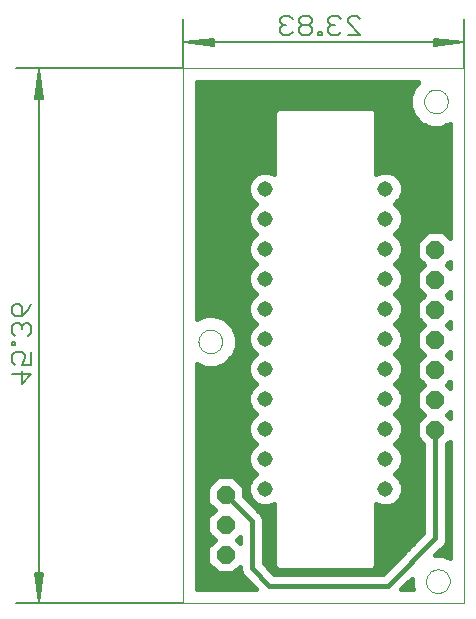
<source format=gbr>
G75*
%MOIN*%
%OFA0B0*%
%FSLAX24Y24*%
%IPPOS*%
%LPD*%
%AMOC8*
5,1,8,0,0,1.08239X$1,22.5*
%
%ADD10C,0.0000*%
%ADD11C,0.0051*%
%ADD12C,0.0060*%
%ADD13C,0.0515*%
%ADD14OC8,0.0594*%
%ADD15C,0.0160*%
D10*
X006049Y004059D02*
X006049Y021915D01*
X015431Y021915D01*
X015431Y004059D01*
X006049Y004059D01*
X006570Y012793D02*
X006572Y012832D01*
X006578Y012871D01*
X006588Y012909D01*
X006601Y012946D01*
X006618Y012981D01*
X006638Y013015D01*
X006662Y013046D01*
X006689Y013075D01*
X006718Y013101D01*
X006750Y013124D01*
X006784Y013144D01*
X006820Y013160D01*
X006857Y013172D01*
X006896Y013181D01*
X006935Y013186D01*
X006974Y013187D01*
X007013Y013184D01*
X007052Y013177D01*
X007089Y013166D01*
X007126Y013152D01*
X007161Y013134D01*
X007194Y013113D01*
X007225Y013088D01*
X007253Y013061D01*
X007278Y013031D01*
X007300Y012998D01*
X007319Y012964D01*
X007334Y012928D01*
X007346Y012890D01*
X007354Y012852D01*
X007358Y012813D01*
X007358Y012773D01*
X007354Y012734D01*
X007346Y012696D01*
X007334Y012658D01*
X007319Y012622D01*
X007300Y012588D01*
X007278Y012555D01*
X007253Y012525D01*
X007225Y012498D01*
X007194Y012473D01*
X007161Y012452D01*
X007126Y012434D01*
X007089Y012420D01*
X007052Y012409D01*
X007013Y012402D01*
X006974Y012399D01*
X006935Y012400D01*
X006896Y012405D01*
X006857Y012414D01*
X006820Y012426D01*
X006784Y012442D01*
X006750Y012462D01*
X006718Y012485D01*
X006689Y012511D01*
X006662Y012540D01*
X006638Y012571D01*
X006618Y012605D01*
X006601Y012640D01*
X006588Y012677D01*
X006578Y012715D01*
X006572Y012754D01*
X006570Y012793D01*
X014090Y020795D02*
X014092Y020834D01*
X014098Y020873D01*
X014108Y020911D01*
X014121Y020948D01*
X014138Y020983D01*
X014158Y021017D01*
X014182Y021048D01*
X014209Y021077D01*
X014238Y021103D01*
X014270Y021126D01*
X014304Y021146D01*
X014340Y021162D01*
X014377Y021174D01*
X014416Y021183D01*
X014455Y021188D01*
X014494Y021189D01*
X014533Y021186D01*
X014572Y021179D01*
X014609Y021168D01*
X014646Y021154D01*
X014681Y021136D01*
X014714Y021115D01*
X014745Y021090D01*
X014773Y021063D01*
X014798Y021033D01*
X014820Y021000D01*
X014839Y020966D01*
X014854Y020930D01*
X014866Y020892D01*
X014874Y020854D01*
X014878Y020815D01*
X014878Y020775D01*
X014874Y020736D01*
X014866Y020698D01*
X014854Y020660D01*
X014839Y020624D01*
X014820Y020590D01*
X014798Y020557D01*
X014773Y020527D01*
X014745Y020500D01*
X014714Y020475D01*
X014681Y020454D01*
X014646Y020436D01*
X014609Y020422D01*
X014572Y020411D01*
X014533Y020404D01*
X014494Y020401D01*
X014455Y020402D01*
X014416Y020407D01*
X014377Y020416D01*
X014340Y020428D01*
X014304Y020444D01*
X014270Y020464D01*
X014238Y020487D01*
X014209Y020513D01*
X014182Y020542D01*
X014158Y020573D01*
X014138Y020607D01*
X014121Y020642D01*
X014108Y020679D01*
X014098Y020717D01*
X014092Y020756D01*
X014090Y020795D01*
X014155Y004801D02*
X014157Y004840D01*
X014163Y004879D01*
X014173Y004917D01*
X014186Y004954D01*
X014203Y004989D01*
X014223Y005023D01*
X014247Y005054D01*
X014274Y005083D01*
X014303Y005109D01*
X014335Y005132D01*
X014369Y005152D01*
X014405Y005168D01*
X014442Y005180D01*
X014481Y005189D01*
X014520Y005194D01*
X014559Y005195D01*
X014598Y005192D01*
X014637Y005185D01*
X014674Y005174D01*
X014711Y005160D01*
X014746Y005142D01*
X014779Y005121D01*
X014810Y005096D01*
X014838Y005069D01*
X014863Y005039D01*
X014885Y005006D01*
X014904Y004972D01*
X014919Y004936D01*
X014931Y004898D01*
X014939Y004860D01*
X014943Y004821D01*
X014943Y004781D01*
X014939Y004742D01*
X014931Y004704D01*
X014919Y004666D01*
X014904Y004630D01*
X014885Y004596D01*
X014863Y004563D01*
X014838Y004533D01*
X014810Y004506D01*
X014779Y004481D01*
X014746Y004460D01*
X014711Y004442D01*
X014674Y004428D01*
X014637Y004417D01*
X014598Y004410D01*
X014559Y004407D01*
X014520Y004408D01*
X014481Y004413D01*
X014442Y004422D01*
X014405Y004434D01*
X014369Y004450D01*
X014335Y004470D01*
X014303Y004493D01*
X014274Y004519D01*
X014247Y004548D01*
X014223Y004579D01*
X014203Y004613D01*
X014186Y004648D01*
X014173Y004685D01*
X014163Y004723D01*
X014157Y004762D01*
X014155Y004801D01*
D11*
X006049Y004059D02*
X000492Y004059D01*
X001260Y004084D02*
X001362Y005082D01*
X001385Y005082D02*
X001260Y004084D01*
X001157Y005082D01*
X001134Y005082D02*
X001385Y005082D01*
X001311Y005082D02*
X001260Y004084D01*
X001208Y005082D01*
X001134Y005082D02*
X001260Y004084D01*
X001260Y021889D01*
X001362Y020891D01*
X001385Y020891D02*
X001260Y021889D01*
X001157Y020891D01*
X001134Y020891D02*
X001385Y020891D01*
X001311Y020891D02*
X001260Y021889D01*
X001208Y020891D01*
X001134Y020891D02*
X001260Y021889D01*
X000492Y021915D02*
X006049Y021915D01*
X006049Y023527D01*
X006074Y022759D02*
X007073Y022657D01*
X007073Y022634D02*
X006074Y022759D01*
X007073Y022862D01*
X007073Y022885D02*
X007073Y022634D01*
X007073Y022708D02*
X006074Y022759D01*
X007073Y022811D01*
X007073Y022885D02*
X006074Y022759D01*
X015405Y022759D01*
X014407Y022657D01*
X014407Y022634D02*
X015405Y022759D01*
X014407Y022862D01*
X014407Y022885D02*
X014407Y022634D01*
X014407Y022708D02*
X015405Y022759D01*
X014407Y022811D01*
X014407Y022885D02*
X015405Y022759D01*
X015431Y023527D02*
X015431Y021915D01*
D12*
X011966Y023016D02*
X011539Y023443D01*
X011539Y023549D01*
X011646Y023656D01*
X011859Y023656D01*
X011966Y023549D01*
X011966Y023016D02*
X011539Y023016D01*
X011322Y023122D02*
X011215Y023016D01*
X011001Y023016D01*
X010895Y023122D01*
X010895Y023229D01*
X011001Y023336D01*
X011108Y023336D01*
X011001Y023336D02*
X010895Y023443D01*
X010895Y023549D01*
X011001Y023656D01*
X011215Y023656D01*
X011322Y023549D01*
X010677Y023122D02*
X010677Y023016D01*
X010570Y023016D01*
X010570Y023122D01*
X010677Y023122D01*
X010355Y023122D02*
X010248Y023016D01*
X010034Y023016D01*
X009928Y023122D01*
X009928Y023229D01*
X010034Y023336D01*
X010248Y023336D01*
X010355Y023443D01*
X010355Y023549D01*
X010248Y023656D01*
X010034Y023656D01*
X009928Y023549D01*
X009928Y023443D01*
X010034Y023336D01*
X010248Y023336D02*
X010355Y023229D01*
X010355Y023122D01*
X009710Y023122D02*
X009603Y023016D01*
X009390Y023016D01*
X009283Y023122D01*
X009283Y023229D01*
X009390Y023336D01*
X009497Y023336D01*
X009390Y023336D02*
X009283Y023443D01*
X009283Y023549D01*
X009390Y023656D01*
X009603Y023656D01*
X009710Y023549D01*
X001004Y014056D02*
X000897Y013842D01*
X000684Y013629D01*
X000684Y013949D01*
X000577Y014056D01*
X000470Y014056D01*
X000363Y013949D01*
X000363Y013735D01*
X000470Y013629D01*
X000684Y013629D01*
X000790Y013411D02*
X000684Y013304D01*
X000577Y013411D01*
X000470Y013411D01*
X000363Y013304D01*
X000363Y013091D01*
X000470Y012984D01*
X000470Y012768D02*
X000363Y012768D01*
X000363Y012662D01*
X000470Y012662D01*
X000470Y012768D01*
X000470Y012444D02*
X000363Y012337D01*
X000363Y012124D01*
X000470Y012017D01*
X000470Y012444D02*
X000684Y012444D01*
X000790Y012337D01*
X000790Y012231D01*
X000684Y012017D01*
X001004Y012017D01*
X001004Y012444D01*
X000684Y011800D02*
X000684Y011373D01*
X001004Y011693D01*
X000363Y011693D01*
X000897Y012984D02*
X001004Y013091D01*
X001004Y013304D01*
X000897Y013411D01*
X000790Y013411D01*
X000684Y013304D02*
X000684Y013198D01*
D13*
X008803Y012878D03*
X008803Y013878D03*
X008803Y014878D03*
X008803Y015878D03*
X008803Y016878D03*
X008803Y017878D03*
X012803Y017878D03*
X012803Y016878D03*
X012803Y015878D03*
X012803Y014878D03*
X012803Y013878D03*
X012803Y012878D03*
X012803Y011878D03*
X012803Y010878D03*
X012803Y009878D03*
X012803Y008878D03*
X012803Y007878D03*
X008803Y007878D03*
X008803Y008878D03*
X008803Y009878D03*
X008803Y010878D03*
X008803Y011878D03*
D14*
X007478Y007679D03*
X007478Y006679D03*
X007478Y005679D03*
X014470Y009846D03*
X014470Y010846D03*
X014470Y011846D03*
X014470Y012846D03*
X014470Y013846D03*
X014470Y014846D03*
X014470Y015846D03*
D15*
X014951Y015454D02*
X014843Y015346D01*
X014951Y015238D01*
X014951Y015454D01*
X014951Y015399D02*
X014896Y015399D01*
X014948Y015241D02*
X014951Y015241D01*
X014951Y014454D02*
X014951Y014238D01*
X014843Y014346D01*
X014951Y014454D01*
X014951Y014448D02*
X014945Y014448D01*
X014951Y014290D02*
X014899Y014290D01*
X014951Y013454D02*
X014951Y013238D01*
X014843Y013346D01*
X014951Y013454D01*
X014951Y013339D02*
X014850Y013339D01*
X014098Y013346D02*
X013853Y013102D01*
X013853Y012591D01*
X014098Y012346D01*
X013853Y012102D01*
X013853Y011591D01*
X014098Y011346D01*
X013853Y011102D01*
X013853Y010591D01*
X014098Y010346D01*
X013853Y010102D01*
X013853Y009591D01*
X014070Y009374D01*
X014070Y006411D01*
X012708Y005049D01*
X009102Y005049D01*
X008746Y005405D01*
X008746Y006890D01*
X008685Y007037D01*
X008095Y007628D01*
X008095Y007934D01*
X007734Y008296D01*
X007223Y008296D01*
X006861Y007934D01*
X006861Y007423D01*
X007106Y007179D01*
X006861Y006934D01*
X006861Y006423D01*
X007106Y006179D01*
X006861Y005934D01*
X006861Y005423D01*
X007223Y005062D01*
X007734Y005062D01*
X007946Y005274D01*
X007946Y005160D01*
X008007Y005013D01*
X008120Y004901D01*
X008482Y004539D01*
X006529Y004539D01*
X006529Y012028D01*
X006790Y011919D01*
X007138Y011919D01*
X007459Y012052D01*
X007705Y012298D01*
X007838Y012619D01*
X007838Y012967D01*
X007705Y013288D01*
X007459Y013534D01*
X007138Y013667D01*
X006790Y013667D01*
X006529Y013558D01*
X006529Y021435D01*
X013888Y021435D01*
X013743Y021290D01*
X013610Y020969D01*
X013610Y020621D01*
X013743Y020300D01*
X013989Y020054D01*
X014310Y019921D01*
X014658Y019921D01*
X014951Y020043D01*
X014951Y016238D01*
X014726Y016463D01*
X014215Y016463D01*
X013853Y016102D01*
X013853Y015591D01*
X014098Y015346D01*
X013853Y015102D01*
X013853Y014591D01*
X014098Y014346D01*
X013853Y014102D01*
X013853Y013591D01*
X014098Y013346D01*
X014090Y013339D02*
X013158Y013339D01*
X013130Y013367D02*
X013105Y013378D01*
X013130Y013388D01*
X013292Y013550D01*
X013380Y013763D01*
X013380Y013992D01*
X013292Y014205D01*
X013130Y014367D01*
X013105Y014378D01*
X013130Y014388D01*
X013292Y014550D01*
X013380Y014763D01*
X013380Y014992D01*
X013292Y015205D01*
X013130Y015367D01*
X013105Y015378D01*
X013130Y015388D01*
X013292Y015550D01*
X013380Y015763D01*
X013380Y015992D01*
X013292Y016205D01*
X013130Y016367D01*
X013105Y016378D01*
X013130Y016388D01*
X013292Y016550D01*
X013380Y016763D01*
X013380Y016992D01*
X013292Y017205D01*
X013130Y017367D01*
X013105Y017378D01*
X013130Y017388D01*
X013292Y017550D01*
X013380Y017763D01*
X013380Y017992D01*
X013292Y018205D01*
X013130Y018367D01*
X012918Y018455D01*
X012688Y018455D01*
X012503Y018378D01*
X012503Y020460D01*
X012386Y020578D01*
X009220Y020578D01*
X009103Y020460D01*
X009103Y018378D01*
X008918Y018455D01*
X008688Y018455D01*
X008476Y018367D01*
X008313Y018205D01*
X008225Y017992D01*
X008225Y017763D01*
X008313Y017550D01*
X008476Y017388D01*
X008501Y017378D01*
X008476Y017367D01*
X008313Y017205D01*
X008225Y016992D01*
X008225Y016763D01*
X008313Y016550D01*
X008476Y016388D01*
X008501Y016378D01*
X008476Y016367D01*
X008313Y016205D01*
X008225Y015992D01*
X008225Y015763D01*
X008313Y015550D01*
X008476Y015388D01*
X008501Y015378D01*
X008476Y015367D01*
X008313Y015205D01*
X008225Y014992D01*
X008225Y014763D01*
X008313Y014550D01*
X008476Y014388D01*
X008501Y014378D01*
X008476Y014367D01*
X008313Y014205D01*
X008225Y013992D01*
X008225Y013763D01*
X008313Y013550D01*
X008476Y013388D01*
X008501Y013378D01*
X008476Y013367D01*
X008313Y013205D01*
X008225Y012992D01*
X008225Y012763D01*
X008313Y012550D01*
X008476Y012388D01*
X008501Y012378D01*
X008476Y012367D01*
X008313Y012205D01*
X008225Y011992D01*
X008225Y011763D01*
X008313Y011550D01*
X008476Y011388D01*
X008501Y011378D01*
X008476Y011367D01*
X008313Y011205D01*
X008225Y010992D01*
X008225Y010763D01*
X008313Y010550D01*
X008476Y010388D01*
X008501Y010378D01*
X008476Y010367D01*
X008313Y010205D01*
X008225Y009992D01*
X008225Y009763D01*
X008313Y009550D01*
X008476Y009388D01*
X008501Y009378D01*
X008476Y009367D01*
X008313Y009205D01*
X008225Y008992D01*
X008225Y008763D01*
X008313Y008550D01*
X008476Y008388D01*
X008501Y008378D01*
X008476Y008367D01*
X008313Y008205D01*
X008225Y007992D01*
X008225Y007763D01*
X008313Y007550D01*
X008476Y007388D01*
X008688Y007300D01*
X008918Y007300D01*
X009103Y007377D01*
X009103Y005295D01*
X009220Y005178D01*
X009386Y005178D01*
X012386Y005178D01*
X012503Y005295D01*
X012503Y007377D01*
X012688Y007300D01*
X012918Y007300D01*
X013130Y007388D01*
X013292Y007550D01*
X013380Y007763D01*
X013380Y007992D01*
X013292Y008205D01*
X013130Y008367D01*
X013105Y008378D01*
X013130Y008388D01*
X013292Y008550D01*
X013380Y008763D01*
X013380Y008992D01*
X013292Y009205D01*
X013130Y009367D01*
X013105Y009378D01*
X013130Y009388D01*
X013292Y009550D01*
X013380Y009763D01*
X013380Y009992D01*
X013292Y010205D01*
X013130Y010367D01*
X013105Y010378D01*
X013130Y010388D01*
X013292Y010550D01*
X013380Y010763D01*
X013380Y010992D01*
X013292Y011205D01*
X013130Y011367D01*
X013105Y011378D01*
X013130Y011388D01*
X013292Y011550D01*
X013380Y011763D01*
X013380Y011992D01*
X013292Y012205D01*
X013130Y012367D01*
X013105Y012378D01*
X013130Y012388D01*
X013292Y012550D01*
X013380Y012763D01*
X013380Y012992D01*
X013292Y013205D01*
X013130Y013367D01*
X013239Y013497D02*
X013947Y013497D01*
X013853Y013656D02*
X013336Y013656D01*
X013380Y013814D02*
X013853Y013814D01*
X013853Y013973D02*
X013380Y013973D01*
X013323Y014131D02*
X013883Y014131D01*
X014041Y014290D02*
X013207Y014290D01*
X013190Y014448D02*
X013996Y014448D01*
X013853Y014607D02*
X013316Y014607D01*
X013380Y014765D02*
X013853Y014765D01*
X013853Y014924D02*
X013380Y014924D01*
X013343Y015082D02*
X013853Y015082D01*
X013992Y015241D02*
X013256Y015241D01*
X013141Y015399D02*
X014045Y015399D01*
X013886Y015558D02*
X013295Y015558D01*
X013361Y015716D02*
X013853Y015716D01*
X013853Y015875D02*
X013380Y015875D01*
X013363Y016033D02*
X013853Y016033D01*
X013943Y016192D02*
X013298Y016192D01*
X013147Y016350D02*
X014102Y016350D01*
X014838Y016350D02*
X014951Y016350D01*
X014951Y016509D02*
X013251Y016509D01*
X013341Y016667D02*
X014951Y016667D01*
X014951Y016826D02*
X013380Y016826D01*
X013380Y016984D02*
X014951Y016984D01*
X014951Y017143D02*
X013318Y017143D01*
X013196Y017301D02*
X014951Y017301D01*
X014951Y017460D02*
X013202Y017460D01*
X013320Y017618D02*
X014951Y017618D01*
X014951Y017777D02*
X013380Y017777D01*
X013380Y017935D02*
X014951Y017935D01*
X014951Y018094D02*
X013338Y018094D01*
X013245Y018252D02*
X014951Y018252D01*
X014951Y018411D02*
X013025Y018411D01*
X012581Y018411D02*
X012503Y018411D01*
X012503Y018569D02*
X014951Y018569D01*
X014951Y018728D02*
X012503Y018728D01*
X012503Y018886D02*
X014951Y018886D01*
X014951Y019045D02*
X012503Y019045D01*
X012503Y019203D02*
X014951Y019203D01*
X014951Y019362D02*
X012503Y019362D01*
X012503Y019520D02*
X014951Y019520D01*
X014951Y019679D02*
X012503Y019679D01*
X012503Y019837D02*
X014951Y019837D01*
X014951Y019996D02*
X014837Y019996D01*
X014131Y019996D02*
X012503Y019996D01*
X012503Y020154D02*
X013889Y020154D01*
X013738Y020313D02*
X012503Y020313D01*
X012492Y020471D02*
X013672Y020471D01*
X013610Y020630D02*
X006529Y020630D01*
X006529Y020788D02*
X013610Y020788D01*
X013610Y020947D02*
X006529Y020947D01*
X006529Y021105D02*
X013667Y021105D01*
X013732Y021264D02*
X006529Y021264D01*
X006529Y021422D02*
X013876Y021422D01*
X009114Y020471D02*
X006529Y020471D01*
X006529Y020313D02*
X009103Y020313D01*
X009103Y020154D02*
X006529Y020154D01*
X006529Y019996D02*
X009103Y019996D01*
X009103Y019837D02*
X006529Y019837D01*
X006529Y019679D02*
X009103Y019679D01*
X009103Y019520D02*
X006529Y019520D01*
X006529Y019362D02*
X009103Y019362D01*
X009103Y019203D02*
X006529Y019203D01*
X006529Y019045D02*
X009103Y019045D01*
X009103Y018886D02*
X006529Y018886D01*
X006529Y018728D02*
X009103Y018728D01*
X009103Y018569D02*
X006529Y018569D01*
X006529Y018411D02*
X008581Y018411D01*
X008361Y018252D02*
X006529Y018252D01*
X006529Y018094D02*
X008267Y018094D01*
X008225Y017935D02*
X006529Y017935D01*
X006529Y017777D02*
X008225Y017777D01*
X008285Y017618D02*
X006529Y017618D01*
X006529Y017460D02*
X008404Y017460D01*
X008410Y017301D02*
X006529Y017301D01*
X006529Y017143D02*
X008288Y017143D01*
X008225Y016984D02*
X006529Y016984D01*
X006529Y016826D02*
X008225Y016826D01*
X008265Y016667D02*
X006529Y016667D01*
X006529Y016509D02*
X008355Y016509D01*
X008459Y016350D02*
X006529Y016350D01*
X006529Y016192D02*
X008308Y016192D01*
X008242Y016033D02*
X006529Y016033D01*
X006529Y015875D02*
X008225Y015875D01*
X008245Y015716D02*
X006529Y015716D01*
X006529Y015558D02*
X008310Y015558D01*
X008465Y015399D02*
X006529Y015399D01*
X006529Y015241D02*
X008349Y015241D01*
X008262Y015082D02*
X006529Y015082D01*
X006529Y014924D02*
X008225Y014924D01*
X008225Y014765D02*
X006529Y014765D01*
X006529Y014607D02*
X008290Y014607D01*
X008416Y014448D02*
X006529Y014448D01*
X006529Y014290D02*
X008398Y014290D01*
X008283Y014131D02*
X006529Y014131D01*
X006529Y013973D02*
X008225Y013973D01*
X008225Y013814D02*
X006529Y013814D01*
X006529Y013656D02*
X006764Y013656D01*
X007165Y013656D02*
X008270Y013656D01*
X008367Y013497D02*
X007496Y013497D01*
X007654Y013339D02*
X008447Y013339D01*
X008303Y013180D02*
X007750Y013180D01*
X007815Y013022D02*
X008237Y013022D01*
X008225Y012863D02*
X007838Y012863D01*
X007838Y012705D02*
X008249Y012705D01*
X008318Y012546D02*
X007808Y012546D01*
X007742Y012388D02*
X008477Y012388D01*
X008338Y012229D02*
X007636Y012229D01*
X007477Y012071D02*
X008258Y012071D01*
X008225Y011912D02*
X006529Y011912D01*
X006529Y011754D02*
X008229Y011754D01*
X008295Y011595D02*
X006529Y011595D01*
X006529Y011437D02*
X008427Y011437D01*
X008387Y011278D02*
X006529Y011278D01*
X006529Y011120D02*
X008278Y011120D01*
X008225Y010961D02*
X006529Y010961D01*
X006529Y010803D02*
X008225Y010803D01*
X008274Y010644D02*
X006529Y010644D01*
X006529Y010486D02*
X008378Y010486D01*
X008436Y010327D02*
X006529Y010327D01*
X006529Y010169D02*
X008298Y010169D01*
X008233Y010010D02*
X006529Y010010D01*
X006529Y009852D02*
X008225Y009852D01*
X008254Y009693D02*
X006529Y009693D01*
X006529Y009535D02*
X008329Y009535D01*
X008497Y009376D02*
X006529Y009376D01*
X006529Y009218D02*
X008326Y009218D01*
X008253Y009059D02*
X006529Y009059D01*
X006529Y008901D02*
X008225Y008901D01*
X008234Y008742D02*
X006529Y008742D01*
X006529Y008584D02*
X008300Y008584D01*
X008439Y008425D02*
X006529Y008425D01*
X006529Y008267D02*
X007193Y008267D01*
X007035Y008108D02*
X006529Y008108D01*
X006529Y007950D02*
X006876Y007950D01*
X006861Y007791D02*
X006529Y007791D01*
X006529Y007633D02*
X006861Y007633D01*
X006861Y007474D02*
X006529Y007474D01*
X006529Y007316D02*
X006969Y007316D01*
X007084Y007157D02*
X006529Y007157D01*
X006529Y006999D02*
X006925Y006999D01*
X006861Y006840D02*
X006529Y006840D01*
X006529Y006682D02*
X006861Y006682D01*
X006861Y006523D02*
X006529Y006523D01*
X006529Y006365D02*
X006920Y006365D01*
X007078Y006206D02*
X006529Y006206D01*
X006529Y006048D02*
X006974Y006048D01*
X006861Y005889D02*
X006529Y005889D01*
X006529Y005731D02*
X006861Y005731D01*
X006861Y005572D02*
X006529Y005572D01*
X006529Y005414D02*
X006871Y005414D01*
X007029Y005255D02*
X006529Y005255D01*
X006529Y005097D02*
X007188Y005097D01*
X007768Y005097D02*
X007972Y005097D01*
X007946Y005255D02*
X007927Y005255D01*
X008082Y004938D02*
X006529Y004938D01*
X006529Y004780D02*
X008241Y004780D01*
X008399Y004621D02*
X006529Y004621D01*
X007946Y006083D02*
X007850Y006179D01*
X007946Y006274D01*
X007946Y006083D01*
X007946Y006206D02*
X007878Y006206D01*
X008346Y006811D02*
X007478Y007679D01*
X007921Y008108D02*
X008273Y008108D01*
X008225Y007950D02*
X008080Y007950D01*
X008095Y007791D02*
X008225Y007791D01*
X008279Y007633D02*
X008095Y007633D01*
X008248Y007474D02*
X008390Y007474D01*
X008407Y007316D02*
X008651Y007316D01*
X008565Y007157D02*
X009103Y007157D01*
X009103Y006999D02*
X008701Y006999D01*
X008746Y006840D02*
X009103Y006840D01*
X009103Y006682D02*
X008746Y006682D01*
X008746Y006523D02*
X009103Y006523D01*
X009103Y006365D02*
X008746Y006365D01*
X008746Y006206D02*
X009103Y006206D01*
X009103Y006048D02*
X008746Y006048D01*
X008746Y005889D02*
X009103Y005889D01*
X009103Y005731D02*
X008746Y005731D01*
X008746Y005572D02*
X009103Y005572D01*
X009103Y005414D02*
X008746Y005414D01*
X008897Y005255D02*
X009142Y005255D01*
X009055Y005097D02*
X012755Y005097D01*
X012914Y005255D02*
X012463Y005255D01*
X012503Y005414D02*
X013072Y005414D01*
X013231Y005572D02*
X012503Y005572D01*
X012503Y005731D02*
X013389Y005731D01*
X013548Y005889D02*
X012503Y005889D01*
X012503Y006048D02*
X013706Y006048D01*
X013865Y006206D02*
X012503Y006206D01*
X012503Y006365D02*
X014023Y006365D01*
X014070Y006523D02*
X012503Y006523D01*
X012503Y006682D02*
X014070Y006682D01*
X014070Y006840D02*
X012503Y006840D01*
X012503Y006999D02*
X014070Y006999D01*
X014070Y007157D02*
X012503Y007157D01*
X012503Y007316D02*
X012651Y007316D01*
X012955Y007316D02*
X014070Y007316D01*
X014070Y007474D02*
X013216Y007474D01*
X013326Y007633D02*
X014070Y007633D01*
X014070Y007791D02*
X013380Y007791D01*
X013380Y007950D02*
X014070Y007950D01*
X014070Y008108D02*
X013332Y008108D01*
X013230Y008267D02*
X014070Y008267D01*
X014070Y008425D02*
X013167Y008425D01*
X013306Y008584D02*
X014070Y008584D01*
X014070Y008742D02*
X013372Y008742D01*
X013380Y008901D02*
X014070Y008901D01*
X014070Y009059D02*
X013353Y009059D01*
X013279Y009218D02*
X014070Y009218D01*
X014068Y009376D02*
X013108Y009376D01*
X013277Y009535D02*
X013909Y009535D01*
X013853Y009693D02*
X013351Y009693D01*
X013380Y009852D02*
X013853Y009852D01*
X013853Y010010D02*
X013373Y010010D01*
X013307Y010169D02*
X013920Y010169D01*
X014079Y010327D02*
X013170Y010327D01*
X013228Y010486D02*
X013958Y010486D01*
X013853Y010644D02*
X013331Y010644D01*
X013380Y010803D02*
X013853Y010803D01*
X013853Y010961D02*
X013380Y010961D01*
X013328Y011120D02*
X013871Y011120D01*
X014030Y011278D02*
X013219Y011278D01*
X013179Y011437D02*
X014007Y011437D01*
X013853Y011595D02*
X013311Y011595D01*
X013377Y011754D02*
X013853Y011754D01*
X013853Y011912D02*
X013380Y011912D01*
X013348Y012071D02*
X013853Y012071D01*
X013981Y012229D02*
X013268Y012229D01*
X013129Y012388D02*
X014056Y012388D01*
X013898Y012546D02*
X013288Y012546D01*
X013356Y012705D02*
X013853Y012705D01*
X013853Y012863D02*
X013380Y012863D01*
X013368Y013022D02*
X013853Y013022D01*
X013932Y013180D02*
X013303Y013180D01*
X014843Y012346D02*
X014951Y012454D01*
X014951Y012238D01*
X014843Y012346D01*
X014884Y012388D02*
X014951Y012388D01*
X014951Y011454D02*
X014843Y011346D01*
X014951Y011238D01*
X014951Y011454D01*
X014951Y011437D02*
X014933Y011437D01*
X014910Y011278D02*
X014951Y011278D01*
X014951Y010454D02*
X014843Y010346D01*
X014951Y010238D01*
X014951Y010454D01*
X014951Y010327D02*
X014861Y010327D01*
X014470Y009846D02*
X014470Y006246D01*
X012874Y004649D01*
X008937Y004649D01*
X008346Y005240D01*
X008346Y006811D01*
X008955Y007316D02*
X009103Y007316D01*
X008375Y008267D02*
X007763Y008267D01*
X013329Y004539D02*
X013675Y004885D01*
X013675Y004627D01*
X013712Y004539D01*
X013329Y004539D01*
X013411Y004621D02*
X013678Y004621D01*
X013675Y004780D02*
X013570Y004780D01*
X014465Y005674D02*
X014809Y006019D01*
X014870Y006166D01*
X014870Y009374D01*
X014951Y009454D01*
X014951Y005580D01*
X014723Y005674D01*
X014465Y005674D01*
X014521Y005731D02*
X014951Y005731D01*
X014951Y005889D02*
X014679Y005889D01*
X014821Y006048D02*
X014951Y006048D01*
X014951Y006206D02*
X014870Y006206D01*
X014870Y006365D02*
X014951Y006365D01*
X014951Y006523D02*
X014870Y006523D01*
X014870Y006682D02*
X014951Y006682D01*
X014951Y006840D02*
X014870Y006840D01*
X014870Y006999D02*
X014951Y006999D01*
X014951Y007157D02*
X014870Y007157D01*
X014870Y007316D02*
X014951Y007316D01*
X014951Y007474D02*
X014870Y007474D01*
X014870Y007633D02*
X014951Y007633D01*
X014951Y007791D02*
X014870Y007791D01*
X014870Y007950D02*
X014951Y007950D01*
X014951Y008108D02*
X014870Y008108D01*
X014870Y008267D02*
X014951Y008267D01*
X014951Y008425D02*
X014870Y008425D01*
X014870Y008584D02*
X014951Y008584D01*
X014951Y008742D02*
X014870Y008742D01*
X014870Y008901D02*
X014951Y008901D01*
X014951Y009059D02*
X014870Y009059D01*
X014870Y009218D02*
X014951Y009218D01*
X014951Y009376D02*
X014873Y009376D01*
X009103Y018411D02*
X009025Y018411D01*
M02*

</source>
